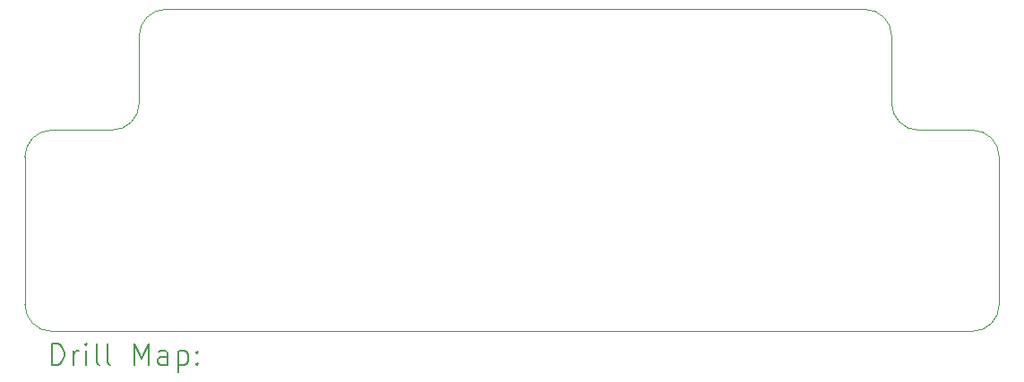
<source format=gbr>
%TF.GenerationSoftware,KiCad,Pcbnew,7.0.8*%
%TF.CreationDate,2024-02-12T21:11:34+01:00*%
%TF.ProjectId,HatV4,48617456-342e-46b6-9963-61645f706362,V2*%
%TF.SameCoordinates,Original*%
%TF.FileFunction,Drillmap*%
%TF.FilePolarity,Positive*%
%FSLAX45Y45*%
G04 Gerber Fmt 4.5, Leading zero omitted, Abs format (unit mm)*
G04 Created by KiCad (PCBNEW 7.0.8) date 2024-02-12 21:11:34*
%MOMM*%
%LPD*%
G01*
G04 APERTURE LIST*
%ADD10C,0.100000*%
%ADD11C,0.200000*%
G04 APERTURE END LIST*
D10*
X19001740Y-11711940D02*
X10302240Y-11711940D01*
X18239740Y-9552940D02*
X18239740Y-8917940D01*
X19255740Y-10060940D02*
G75*
G03*
X19001740Y-9806940I-254000J0D01*
G01*
X18239740Y-9552940D02*
G75*
G03*
X18493740Y-9806940I254000J0D01*
G01*
X11381740Y-8663940D02*
X11381740Y-8663940D01*
X19255740Y-10060940D02*
X19255740Y-11457940D01*
X10746740Y-9806940D02*
X10873740Y-9806940D01*
X19001740Y-11711940D02*
G75*
G03*
X19255740Y-11457940I0J254000D01*
G01*
X10302240Y-9806940D02*
G75*
G03*
X10048240Y-10060940I0J-254000D01*
G01*
X10048240Y-11457940D02*
X10048240Y-10060940D01*
X17985740Y-8663940D02*
X11381740Y-8663940D01*
X10302240Y-9806940D02*
X10746740Y-9806940D01*
X18493740Y-9806940D02*
X19001740Y-9806940D01*
X11381740Y-8663940D02*
G75*
G03*
X11127740Y-8917940I0J-254000D01*
G01*
X10873740Y-9806940D02*
G75*
G03*
X11127740Y-9552940I0J254000D01*
G01*
X10048240Y-11457940D02*
G75*
G03*
X10302240Y-11711940I254000J0D01*
G01*
X18239740Y-8917940D02*
G75*
G03*
X17985740Y-8663940I-254000J0D01*
G01*
X11127740Y-9552940D02*
X11127740Y-8917940D01*
D11*
X10304017Y-12028424D02*
X10304017Y-11828424D01*
X10304017Y-11828424D02*
X10351636Y-11828424D01*
X10351636Y-11828424D02*
X10380207Y-11837948D01*
X10380207Y-11837948D02*
X10399255Y-11856995D01*
X10399255Y-11856995D02*
X10408779Y-11876043D01*
X10408779Y-11876043D02*
X10418303Y-11914138D01*
X10418303Y-11914138D02*
X10418303Y-11942709D01*
X10418303Y-11942709D02*
X10408779Y-11980805D01*
X10408779Y-11980805D02*
X10399255Y-11999852D01*
X10399255Y-11999852D02*
X10380207Y-12018900D01*
X10380207Y-12018900D02*
X10351636Y-12028424D01*
X10351636Y-12028424D02*
X10304017Y-12028424D01*
X10504017Y-12028424D02*
X10504017Y-11895090D01*
X10504017Y-11933186D02*
X10513541Y-11914138D01*
X10513541Y-11914138D02*
X10523064Y-11904614D01*
X10523064Y-11904614D02*
X10542112Y-11895090D01*
X10542112Y-11895090D02*
X10561160Y-11895090D01*
X10627826Y-12028424D02*
X10627826Y-11895090D01*
X10627826Y-11828424D02*
X10618303Y-11837948D01*
X10618303Y-11837948D02*
X10627826Y-11847471D01*
X10627826Y-11847471D02*
X10637350Y-11837948D01*
X10637350Y-11837948D02*
X10627826Y-11828424D01*
X10627826Y-11828424D02*
X10627826Y-11847471D01*
X10751636Y-12028424D02*
X10732588Y-12018900D01*
X10732588Y-12018900D02*
X10723064Y-11999852D01*
X10723064Y-11999852D02*
X10723064Y-11828424D01*
X10856398Y-12028424D02*
X10837350Y-12018900D01*
X10837350Y-12018900D02*
X10827826Y-11999852D01*
X10827826Y-11999852D02*
X10827826Y-11828424D01*
X11084969Y-12028424D02*
X11084969Y-11828424D01*
X11084969Y-11828424D02*
X11151636Y-11971281D01*
X11151636Y-11971281D02*
X11218302Y-11828424D01*
X11218302Y-11828424D02*
X11218302Y-12028424D01*
X11399255Y-12028424D02*
X11399255Y-11923662D01*
X11399255Y-11923662D02*
X11389731Y-11904614D01*
X11389731Y-11904614D02*
X11370683Y-11895090D01*
X11370683Y-11895090D02*
X11332588Y-11895090D01*
X11332588Y-11895090D02*
X11313541Y-11904614D01*
X11399255Y-12018900D02*
X11380207Y-12028424D01*
X11380207Y-12028424D02*
X11332588Y-12028424D01*
X11332588Y-12028424D02*
X11313541Y-12018900D01*
X11313541Y-12018900D02*
X11304017Y-11999852D01*
X11304017Y-11999852D02*
X11304017Y-11980805D01*
X11304017Y-11980805D02*
X11313541Y-11961757D01*
X11313541Y-11961757D02*
X11332588Y-11952233D01*
X11332588Y-11952233D02*
X11380207Y-11952233D01*
X11380207Y-11952233D02*
X11399255Y-11942709D01*
X11494493Y-11895090D02*
X11494493Y-12095090D01*
X11494493Y-11904614D02*
X11513541Y-11895090D01*
X11513541Y-11895090D02*
X11551636Y-11895090D01*
X11551636Y-11895090D02*
X11570683Y-11904614D01*
X11570683Y-11904614D02*
X11580207Y-11914138D01*
X11580207Y-11914138D02*
X11589731Y-11933186D01*
X11589731Y-11933186D02*
X11589731Y-11990328D01*
X11589731Y-11990328D02*
X11580207Y-12009376D01*
X11580207Y-12009376D02*
X11570683Y-12018900D01*
X11570683Y-12018900D02*
X11551636Y-12028424D01*
X11551636Y-12028424D02*
X11513541Y-12028424D01*
X11513541Y-12028424D02*
X11494493Y-12018900D01*
X11675445Y-12009376D02*
X11684969Y-12018900D01*
X11684969Y-12018900D02*
X11675445Y-12028424D01*
X11675445Y-12028424D02*
X11665922Y-12018900D01*
X11665922Y-12018900D02*
X11675445Y-12009376D01*
X11675445Y-12009376D02*
X11675445Y-12028424D01*
X11675445Y-11904614D02*
X11684969Y-11914138D01*
X11684969Y-11914138D02*
X11675445Y-11923662D01*
X11675445Y-11923662D02*
X11665922Y-11914138D01*
X11665922Y-11914138D02*
X11675445Y-11904614D01*
X11675445Y-11904614D02*
X11675445Y-11923662D01*
M02*

</source>
